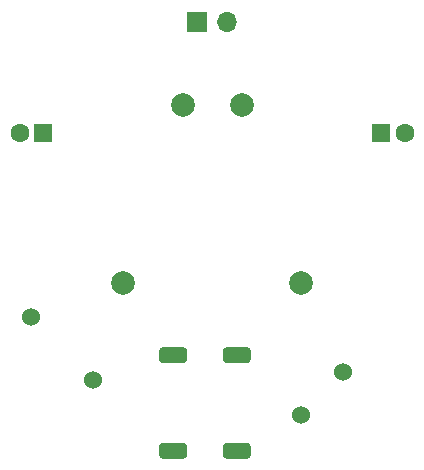
<source format=gbs>
%TF.GenerationSoftware,KiCad,Pcbnew,(5.1.9-0-10_14)*%
%TF.CreationDate,2024-01-23T16:21:58+01:00*%
%TF.ProjectId,mains-psu,6d61696e-732d-4707-9375-2e6b69636164,rev?*%
%TF.SameCoordinates,Original*%
%TF.FileFunction,Soldermask,Bot*%
%TF.FilePolarity,Negative*%
%FSLAX46Y46*%
G04 Gerber Fmt 4.6, Leading zero omitted, Abs format (unit mm)*
G04 Created by KiCad (PCBNEW (5.1.9-0-10_14)) date 2024-01-23 16:21:58*
%MOMM*%
%LPD*%
G01*
G04 APERTURE LIST*
%ADD10C,1.600000*%
%ADD11R,1.600000X1.600000*%
%ADD12C,2.000000*%
%ADD13C,1.524000*%
%ADD14O,1.700000X1.700000*%
%ADD15R,1.700000X1.700000*%
G04 APERTURE END LIST*
%TO.C,J2*%
G36*
G01*
X-2100000Y-9512500D02*
X-2100000Y-10187500D01*
G75*
G02*
X-2437500Y-10525000I-337500J0D01*
G01*
X-4162500Y-10525000D01*
G75*
G02*
X-4500000Y-10187500I0J337500D01*
G01*
X-4500000Y-9512500D01*
G75*
G02*
X-4162500Y-9175000I337500J0D01*
G01*
X-2437500Y-9175000D01*
G75*
G02*
X-2100000Y-9512500I0J-337500D01*
G01*
G37*
G36*
G01*
X-2100000Y-17612500D02*
X-2100000Y-18287500D01*
G75*
G02*
X-2437500Y-18625000I-337500J0D01*
G01*
X-4162500Y-18625000D01*
G75*
G02*
X-4500000Y-18287500I0J337500D01*
G01*
X-4500000Y-17612500D01*
G75*
G02*
X-4162500Y-17275000I337500J0D01*
G01*
X-2437500Y-17275000D01*
G75*
G02*
X-2100000Y-17612500I0J-337500D01*
G01*
G37*
%TD*%
%TO.C,J1*%
G36*
G01*
X900000Y-18287500D02*
X900000Y-17612500D01*
G75*
G02*
X1237500Y-17275000I337500J0D01*
G01*
X2962500Y-17275000D01*
G75*
G02*
X3300000Y-17612500I0J-337500D01*
G01*
X3300000Y-18287500D01*
G75*
G02*
X2962500Y-18625000I-337500J0D01*
G01*
X1237500Y-18625000D01*
G75*
G02*
X900000Y-18287500I0J337500D01*
G01*
G37*
G36*
G01*
X900000Y-10187500D02*
X900000Y-9512500D01*
G75*
G02*
X1237500Y-9175000I337500J0D01*
G01*
X2962500Y-9175000D01*
G75*
G02*
X3300000Y-9512500I0J-337500D01*
G01*
X3300000Y-10187500D01*
G75*
G02*
X2962500Y-10525000I-337500J0D01*
G01*
X1237500Y-10525000D01*
G75*
G02*
X900000Y-10187500I0J337500D01*
G01*
G37*
%TD*%
D10*
%TO.C,C2*%
X16300000Y9000000D03*
D11*
X14300000Y9000000D03*
%TD*%
D12*
%TO.C,U1*%
X7500000Y-3700000D03*
X-7500000Y-3700000D03*
X-2500000Y11300000D03*
X2500000Y11300000D03*
%TD*%
D13*
%TO.C,RV1*%
X-10048350Y-11951650D03*
X-15351650Y-6648350D03*
%TD*%
%TO.C,F1*%
X7503949Y-14896051D03*
X11096051Y-11303949D03*
%TD*%
D14*
%TO.C,J3*%
X1270000Y18400000D03*
D15*
X-1270000Y18400000D03*
%TD*%
D10*
%TO.C,C1*%
X-16300000Y9000000D03*
D11*
X-14300000Y9000000D03*
%TD*%
M02*

</source>
